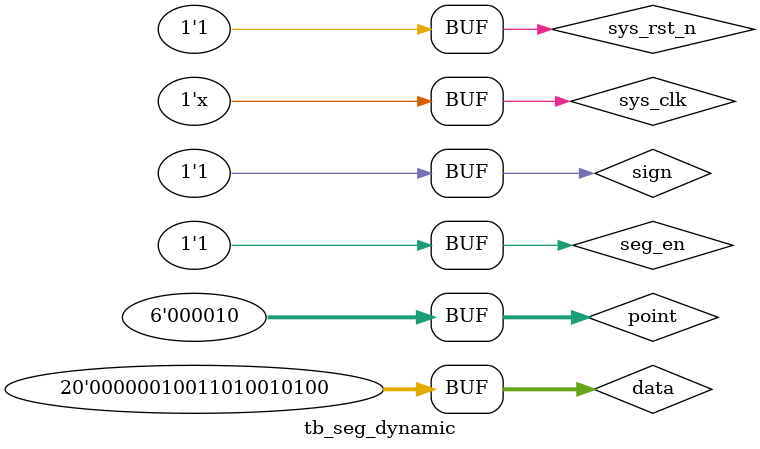
<source format=v>
`timescale 1ns/1ns
module  tb_seg_dynamic();
reg                     sys_clk  ;
reg                     sys_rst_n;
reg       [19:0]        data     ;
reg       [5:0]         point    ;
reg                     seg_en   ;
reg                     sign     ;
wire      [5:0]         sel      ;
wire      [7:0]         seg      ;

initial 
begin
    sys_clk   =1'b1 ;
    sys_rst_n<=1'b0 ;
    data     <=20'd0;
    point    <=6'b0 ;
    seg_en   <=1'b0 ;
    sign     <=1'b0 ;
    #30
    sys_rst_n<=1'b1 ;
    data     <=20'd9876;
    point    <=6'b000_010 ;
    seg_en   <=1'b1 ;
    sign     <=1'b1 ;  
end

always #10 sys_clk=~sys_clk;

defparam seg_dynamic_inst.CNT_MAX=16'd5;    
seg_dynamic seg_dynamic_inst
(
    .sys_clk  (sys_clk  ),
    .sys_rst_n(sys_rst_n),
    .data     (data     ),
    .point    (point    ),
    .seg_en   (seg_en   ),
    .sign     (sign     ),
    .sel      (sel      ),
    .seg      (seg      )
);

endmodule
</source>
